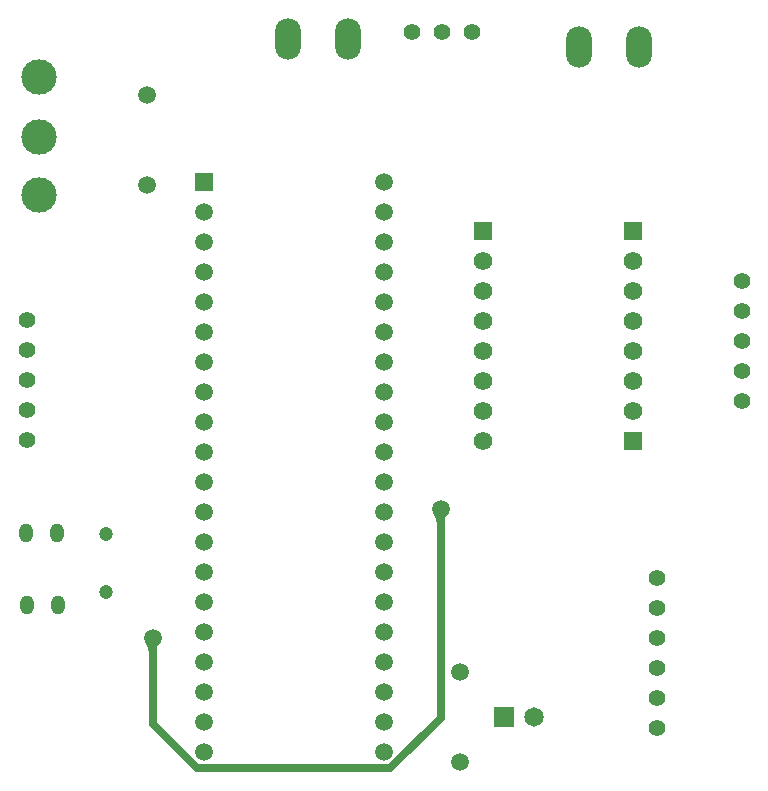
<source format=gbr>
%FSTAX23Y23*%
%MOIN*%
%SFA1B1*%

%IPPOS*%
%ADD10C,0.027559*%
%ADD11C,0.118110*%
%ADD12O,0.086614X0.137795*%
%ADD13C,0.055118*%
%ADD14C,0.059055*%
%ADD15C,0.065000*%
%ADD16R,0.065000X0.065000*%
%ADD17O,0.047244X0.062992*%
%ADD18C,0.047244*%
%ADD19R,0.059055X0.059055*%
%ADD20R,0.061417X0.061417*%
%ADD21C,0.061417*%
%ADD22C,0.059055*%
%LNpcb1_copper_signal_top-1*%
%LPD*%
G36*
X02766Y01636D02*
X02766Y01639D01*
X02765Y01644*
X02765Y01647*
X02764Y01649*
X02763Y01652*
X02762Y01654*
X02761Y01655*
X0276Y01657*
X02759Y01658*
X028*
X02799Y01657*
X02798Y01655*
X02797Y01654*
X02796Y01652*
X02795Y01649*
X02794Y01647*
X02794Y01644*
X02794Y01642*
X02793Y01639*
X02793Y01636*
X02766*
G37*
G36*
X03726Y02066D02*
X03726Y02069D01*
X03725Y02074*
X03725Y02077*
X03724Y02079*
X03723Y02082*
X03722Y02084*
X03721Y02085*
X0372Y02087*
X03719Y02088*
X0376*
X03759Y02087*
X03758Y02085*
X03757Y02084*
X03756Y02082*
X03755Y02079*
X03754Y02077*
X03754Y02074*
X03754Y02072*
X03753Y02069*
X03753Y02066*
X03726*
G37*
G54D10*
X02927Y01246D02*
X03572D01*
X0278Y01394D02*
X02927Y01246D01*
X0278Y01394D02*
Y0168D01*
X03572Y01246D02*
X0374Y01414D01*
Y0211*
G54D11*
X024Y03548D03*
Y03351D03*
Y03155D03*
G54D12*
X044Y0365D03*
X042D03*
X0343Y03675D03*
X0323D03*
G54D13*
X03845Y037D03*
X03745D03*
X03645D03*
X0236Y0234D03*
Y0244D03*
Y0254D03*
Y0264D03*
Y0274D03*
X04745Y0247D03*
Y0257D03*
Y0267D03*
Y0277D03*
Y0287D03*
X0446Y0188D03*
Y0178D03*
Y0168D03*
Y0158D03*
Y0148D03*
Y0138D03*
G54D14*
X03805Y01565D03*
Y01265D03*
X0276Y0349D03*
Y0319D03*
X0355Y013D03*
Y014D03*
Y015D03*
Y016D03*
Y017D03*
Y018D03*
Y019D03*
Y02D03*
Y021D03*
Y022D03*
Y023D03*
Y024D03*
Y025D03*
Y026D03*
Y027D03*
Y028D03*
Y029D03*
Y03D03*
Y031D03*
Y032D03*
X0295Y013D03*
Y014D03*
Y015D03*
Y016D03*
Y017D03*
Y018D03*
Y019D03*
Y02D03*
Y021D03*
Y022D03*
Y023D03*
Y024D03*
Y025D03*
Y026D03*
Y027D03*
Y028D03*
Y029D03*
Y03D03*
Y031D03*
G54D15*
X0405Y01415D03*
G54D16*
X0395Y01415D03*
G54D17*
X02461Y0203D03*
X02358D03*
X02466Y0179D03*
X02363D03*
G54D18*
X02625Y02026D03*
Y01833D03*
G54D19*
X0295Y032D03*
G54D20*
X0438Y02335D03*
Y03035D03*
X0388D03*
G54D21*
X0438Y02435D03*
Y02535D03*
Y02635D03*
Y02735D03*
Y02835D03*
Y02935D03*
X0388D03*
Y02835D03*
Y02735D03*
Y02635D03*
Y02535D03*
Y02435D03*
Y02335D03*
G54D22*
X0278Y0168D03*
X0374Y0211D03*
M02*
</source>
